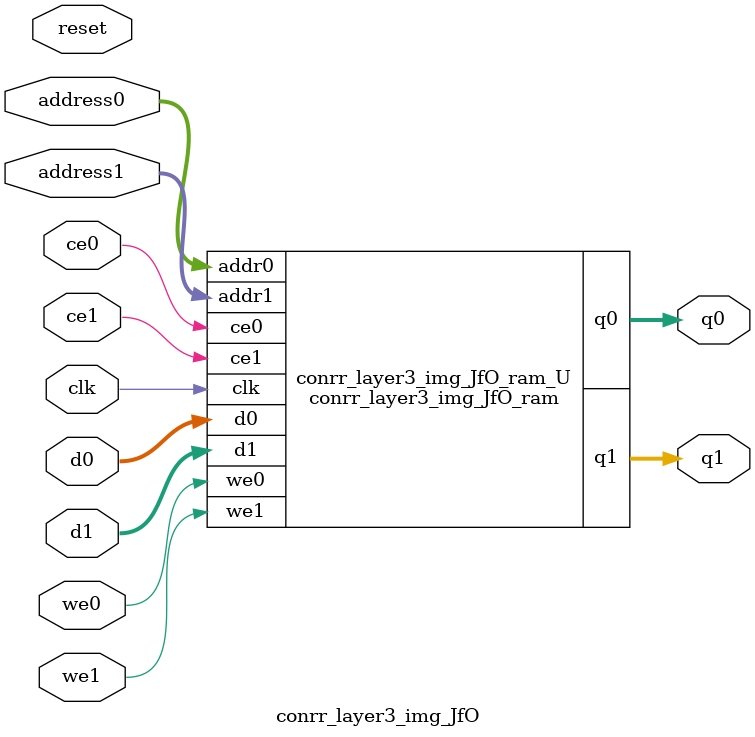
<source format=v>
`timescale 1 ns / 1 ps
module conrr_layer3_img_JfO_ram (addr0, ce0, d0, we0, q0, addr1, ce1, d1, we1, q1,  clk);

parameter DWIDTH = 12;
parameter AWIDTH = 12;
parameter MEM_SIZE = 2376;

input[AWIDTH-1:0] addr0;
input ce0;
input[DWIDTH-1:0] d0;
input we0;
output reg[DWIDTH-1:0] q0;
input[AWIDTH-1:0] addr1;
input ce1;
input[DWIDTH-1:0] d1;
input we1;
output reg[DWIDTH-1:0] q1;
input clk;

(* ram_style = "block" *)reg [DWIDTH-1:0] ram[0:MEM_SIZE-1];




always @(posedge clk)  
begin 
    if (ce0) 
    begin
        if (we0) 
        begin 
            ram[addr0] <= d0; 
        end 
        q0 <= ram[addr0];
    end
end


always @(posedge clk)  
begin 
    if (ce1) 
    begin
        if (we1) 
        begin 
            ram[addr1] <= d1; 
        end 
        q1 <= ram[addr1];
    end
end


endmodule

`timescale 1 ns / 1 ps
module conrr_layer3_img_JfO(
    reset,
    clk,
    address0,
    ce0,
    we0,
    d0,
    q0,
    address1,
    ce1,
    we1,
    d1,
    q1);

parameter DataWidth = 32'd12;
parameter AddressRange = 32'd2376;
parameter AddressWidth = 32'd12;
input reset;
input clk;
input[AddressWidth - 1:0] address0;
input ce0;
input we0;
input[DataWidth - 1:0] d0;
output[DataWidth - 1:0] q0;
input[AddressWidth - 1:0] address1;
input ce1;
input we1;
input[DataWidth - 1:0] d1;
output[DataWidth - 1:0] q1;



conrr_layer3_img_JfO_ram conrr_layer3_img_JfO_ram_U(
    .clk( clk ),
    .addr0( address0 ),
    .ce0( ce0 ),
    .we0( we0 ),
    .d0( d0 ),
    .q0( q0 ),
    .addr1( address1 ),
    .ce1( ce1 ),
    .we1( we1 ),
    .d1( d1 ),
    .q1( q1 ));

endmodule


</source>
